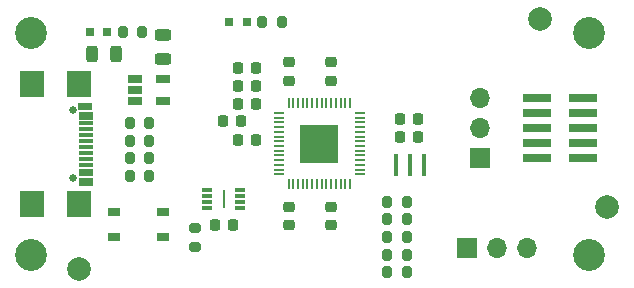
<source format=gbr>
%TF.GenerationSoftware,KiCad,Pcbnew,(6.0.7)*%
%TF.CreationDate,2023-03-22T16:10:42+01:00*%
%TF.ProjectId,PicoLink,5069636f-4c69-46e6-9b2e-6b696361645f,rev?*%
%TF.SameCoordinates,Original*%
%TF.FileFunction,Soldermask,Top*%
%TF.FilePolarity,Negative*%
%FSLAX46Y46*%
G04 Gerber Fmt 4.6, Leading zero omitted, Abs format (unit mm)*
G04 Created by KiCad (PCBNEW (6.0.7)) date 2023-03-22 16:10:42*
%MOMM*%
%LPD*%
G01*
G04 APERTURE LIST*
G04 Aperture macros list*
%AMRoundRect*
0 Rectangle with rounded corners*
0 $1 Rounding radius*
0 $2 $3 $4 $5 $6 $7 $8 $9 X,Y pos of 4 corners*
0 Add a 4 corners polygon primitive as box body*
4,1,4,$2,$3,$4,$5,$6,$7,$8,$9,$2,$3,0*
0 Add four circle primitives for the rounded corners*
1,1,$1+$1,$2,$3*
1,1,$1+$1,$4,$5*
1,1,$1+$1,$6,$7*
1,1,$1+$1,$8,$9*
0 Add four rect primitives between the rounded corners*
20,1,$1+$1,$2,$3,$4,$5,0*
20,1,$1+$1,$4,$5,$6,$7,0*
20,1,$1+$1,$6,$7,$8,$9,0*
20,1,$1+$1,$8,$9,$2,$3,0*%
G04 Aperture macros list end*
%ADD10C,0.650000*%
%ADD11R,1.150000X0.300000*%
%ADD12R,2.000000X2.180000*%
%ADD13RoundRect,0.200000X-0.200000X-0.275000X0.200000X-0.275000X0.200000X0.275000X-0.200000X0.275000X0*%
%ADD14RoundRect,0.225000X0.225000X0.250000X-0.225000X0.250000X-0.225000X-0.250000X0.225000X-0.250000X0*%
%ADD15RoundRect,0.225000X-0.225000X-0.250000X0.225000X-0.250000X0.225000X0.250000X-0.225000X0.250000X0*%
%ADD16RoundRect,0.250000X0.450000X-0.250000X0.450000X0.250000X-0.450000X0.250000X-0.450000X-0.250000X0*%
%ADD17RoundRect,0.225000X-0.250000X0.225000X-0.250000X-0.225000X0.250000X-0.225000X0.250000X0.225000X0*%
%ADD18RoundRect,0.200000X0.200000X0.275000X-0.200000X0.275000X-0.200000X-0.275000X0.200000X-0.275000X0*%
%ADD19C,2.000000*%
%ADD20R,0.800000X0.800000*%
%ADD21R,1.700000X1.700000*%
%ADD22O,1.700000X1.700000*%
%ADD23RoundRect,0.225000X0.250000X-0.225000X0.250000X0.225000X-0.250000X0.225000X-0.250000X-0.225000X0*%
%ADD24RoundRect,0.200000X-0.275000X0.200000X-0.275000X-0.200000X0.275000X-0.200000X0.275000X0.200000X0*%
%ADD25R,0.900000X0.300000*%
%ADD26R,0.250000X1.650000*%
%ADD27C,2.700000*%
%ADD28R,2.400000X0.740000*%
%ADD29RoundRect,0.050000X0.050000X-0.387500X0.050000X0.387500X-0.050000X0.387500X-0.050000X-0.387500X0*%
%ADD30RoundRect,0.050000X0.387500X-0.050000X0.387500X0.050000X-0.387500X0.050000X-0.387500X-0.050000X0*%
%ADD31R,3.200000X3.200000*%
%ADD32RoundRect,0.250000X0.250000X0.450000X-0.250000X0.450000X-0.250000X-0.450000X0.250000X-0.450000X0*%
%ADD33R,1.050000X0.650000*%
%ADD34R,0.400000X1.900000*%
%ADD35R,1.200000X0.650000*%
G04 APERTURE END LIST*
D10*
%TO.C,J1*%
X93137500Y-124990000D03*
X93137500Y-119210000D03*
D11*
X94187500Y-118750000D03*
X94212500Y-119550000D03*
X94212500Y-120850000D03*
X94212500Y-121850000D03*
X94212500Y-122350000D03*
X94212500Y-123350000D03*
X94212500Y-124650000D03*
X94212500Y-125450000D03*
X94212500Y-125150000D03*
X94212500Y-124350000D03*
X94212500Y-123850000D03*
X94212500Y-122850000D03*
X94212500Y-121350000D03*
X94212500Y-120350000D03*
X94212500Y-119850000D03*
X94187500Y-119050000D03*
D12*
X89707500Y-116990000D03*
X89707500Y-127210000D03*
X93637500Y-127210000D03*
X93637500Y-116990000D03*
%TD*%
D13*
%TO.C,R4*%
X97975000Y-123300000D03*
X99625000Y-123300000D03*
%TD*%
D14*
%TO.C,C9*%
X108675156Y-118660476D03*
X107125156Y-118660476D03*
%TD*%
D15*
%TO.C,C5*%
X105150156Y-128960476D03*
X106700156Y-128960476D03*
%TD*%
D16*
%TO.C,C15*%
X100800000Y-114900000D03*
X100800000Y-112900000D03*
%TD*%
D17*
%TO.C,C10*%
X111400156Y-127385476D03*
X111400156Y-128935476D03*
%TD*%
D18*
%TO.C,R18*%
X110825156Y-111800000D03*
X109175156Y-111800000D03*
%TD*%
D19*
%TO.C,FID3*%
X138400156Y-127460476D03*
%TD*%
D13*
%TO.C,R15*%
X119775156Y-128460476D03*
X121425156Y-128460476D03*
%TD*%
D20*
%TO.C,D5*%
X106350156Y-111800000D03*
X107850156Y-111800000D03*
%TD*%
D21*
%TO.C,J6*%
X126520156Y-130860476D03*
D22*
X129060156Y-130860476D03*
X131600156Y-130860476D03*
%TD*%
D20*
%TO.C,D1*%
X94550000Y-112600000D03*
X96050000Y-112600000D03*
%TD*%
D15*
%TO.C,C4*%
X120825156Y-121460476D03*
X122375156Y-121460476D03*
%TD*%
D13*
%TO.C,R10*%
X119775156Y-132960476D03*
X121425156Y-132960476D03*
%TD*%
D18*
%TO.C,R2*%
X99625000Y-124800000D03*
X97975000Y-124800000D03*
%TD*%
D21*
%TO.C,J5*%
X127600156Y-123260476D03*
D22*
X127600156Y-120720476D03*
X127600156Y-118180476D03*
%TD*%
D23*
%TO.C,C12*%
X115000156Y-116735476D03*
X115000156Y-115185476D03*
%TD*%
D14*
%TO.C,C2*%
X108675156Y-117160476D03*
X107125156Y-117160476D03*
%TD*%
D24*
%TO.C,R7*%
X103500000Y-129175000D03*
X103500000Y-130825000D03*
%TD*%
D15*
%TO.C,C8*%
X120825156Y-119960476D03*
X122375156Y-119960476D03*
%TD*%
D25*
%TO.C,U1*%
X107325156Y-127510476D03*
X107325156Y-127010476D03*
X107325156Y-126510476D03*
X107325156Y-126010476D03*
X104525156Y-126010476D03*
X104525156Y-126510476D03*
X104525156Y-127010476D03*
X104525156Y-127510476D03*
D26*
X105925156Y-126760476D03*
%TD*%
D27*
%TO.C,H6*%
X89600000Y-112700000D03*
%TD*%
D13*
%TO.C,R16*%
X119775156Y-126960476D03*
X121425156Y-126960476D03*
%TD*%
D18*
%TO.C,R5*%
X99625000Y-120300000D03*
X97975000Y-120300000D03*
%TD*%
D27*
%TO.C,H5*%
X136800156Y-112660476D03*
%TD*%
D13*
%TO.C,R3*%
X97975000Y-121800000D03*
X99625000Y-121800000D03*
%TD*%
D23*
%TO.C,C3*%
X111400156Y-116735476D03*
X111400156Y-115185476D03*
%TD*%
D27*
%TO.C,H3*%
X136800156Y-131460476D03*
%TD*%
D14*
%TO.C,C6*%
X108675156Y-115660476D03*
X107125156Y-115660476D03*
%TD*%
%TO.C,C13*%
X107375156Y-120160476D03*
X105825156Y-120160476D03*
%TD*%
D28*
%TO.C,U3*%
X132450156Y-118220476D03*
X136350156Y-118220476D03*
X132450156Y-119490476D03*
X136350156Y-119490476D03*
X132450156Y-120760476D03*
X136350156Y-120760476D03*
X132450156Y-122030476D03*
X136350156Y-122030476D03*
X132450156Y-123300476D03*
X136350156Y-123300476D03*
%TD*%
D29*
%TO.C,RP2040*%
X111400156Y-125497976D03*
X111800156Y-125497976D03*
X112200156Y-125497976D03*
X112600156Y-125497976D03*
X113000156Y-125497976D03*
X113400156Y-125497976D03*
X113800156Y-125497976D03*
X114200156Y-125497976D03*
X114600156Y-125497976D03*
X115000156Y-125497976D03*
X115400156Y-125497976D03*
X115800156Y-125497976D03*
X116200156Y-125497976D03*
X116600156Y-125497976D03*
D30*
X117437656Y-124660476D03*
X117437656Y-124260476D03*
X117437656Y-123860476D03*
X117437656Y-123460476D03*
X117437656Y-123060476D03*
X117437656Y-122660476D03*
X117437656Y-122260476D03*
X117437656Y-121860476D03*
X117437656Y-121460476D03*
X117437656Y-121060476D03*
X117437656Y-120660476D03*
X117437656Y-120260476D03*
X117437656Y-119860476D03*
X117437656Y-119460476D03*
D29*
X116600156Y-118622976D03*
X116200156Y-118622976D03*
X115800156Y-118622976D03*
X115400156Y-118622976D03*
X115000156Y-118622976D03*
X114600156Y-118622976D03*
X114200156Y-118622976D03*
X113800156Y-118622976D03*
X113400156Y-118622976D03*
X113000156Y-118622976D03*
X112600156Y-118622976D03*
X112200156Y-118622976D03*
X111800156Y-118622976D03*
X111400156Y-118622976D03*
D30*
X110562656Y-119460476D03*
X110562656Y-119860476D03*
X110562656Y-120260476D03*
X110562656Y-120660476D03*
X110562656Y-121060476D03*
X110562656Y-121460476D03*
X110562656Y-121860476D03*
X110562656Y-122260476D03*
X110562656Y-122660476D03*
X110562656Y-123060476D03*
X110562656Y-123460476D03*
X110562656Y-123860476D03*
X110562656Y-124260476D03*
X110562656Y-124660476D03*
D31*
X114000156Y-122060476D03*
%TD*%
D32*
%TO.C,C14*%
X96800000Y-114500000D03*
X94800000Y-114500000D03*
%TD*%
D19*
%TO.C,FID2*%
X93700000Y-132700000D03*
%TD*%
%TO.C,FID1*%
X132700000Y-111500000D03*
%TD*%
D33*
%TO.C,SW1*%
X100775000Y-129975000D03*
X96625000Y-129975000D03*
X100775000Y-127825000D03*
X96625000Y-127825000D03*
%TD*%
D18*
%TO.C,R8*%
X99025000Y-112600000D03*
X97375000Y-112600000D03*
%TD*%
D34*
%TO.C,Y1*%
X120500156Y-123860476D03*
X121700156Y-123860476D03*
X122900156Y-123860476D03*
%TD*%
D14*
%TO.C,C11*%
X108675156Y-121760476D03*
X107125156Y-121760476D03*
%TD*%
D27*
%TO.C,H4*%
X89600000Y-131500000D03*
%TD*%
D13*
%TO.C,R11*%
X119775156Y-131460476D03*
X121425156Y-131460476D03*
%TD*%
D35*
%TO.C,U5*%
X98400000Y-116550000D03*
X98400000Y-117500000D03*
X98400000Y-118450000D03*
X100800000Y-118450000D03*
X100800000Y-116550000D03*
%TD*%
D17*
%TO.C,C7*%
X115000156Y-127385476D03*
X115000156Y-128935476D03*
%TD*%
D13*
%TO.C,R9*%
X119775156Y-129960476D03*
X121425156Y-129960476D03*
%TD*%
M02*

</source>
